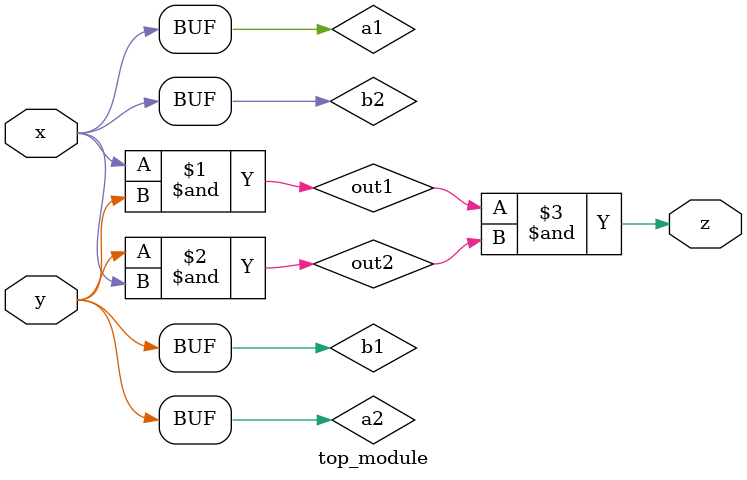
<source format=sv>
module top_module(
    input x,
    input y,
    output z
);

wire a1, b1, a2, b2, out1, out2;

// First gate
assign a1 = x;
assign b1 = y;
and(out1, a1, b1);

// Second gate
assign a2 = y;
assign b2 = x;
and(out2, a2, b2);

// Third gate
and(z, out1, out2);

endmodule

</source>
